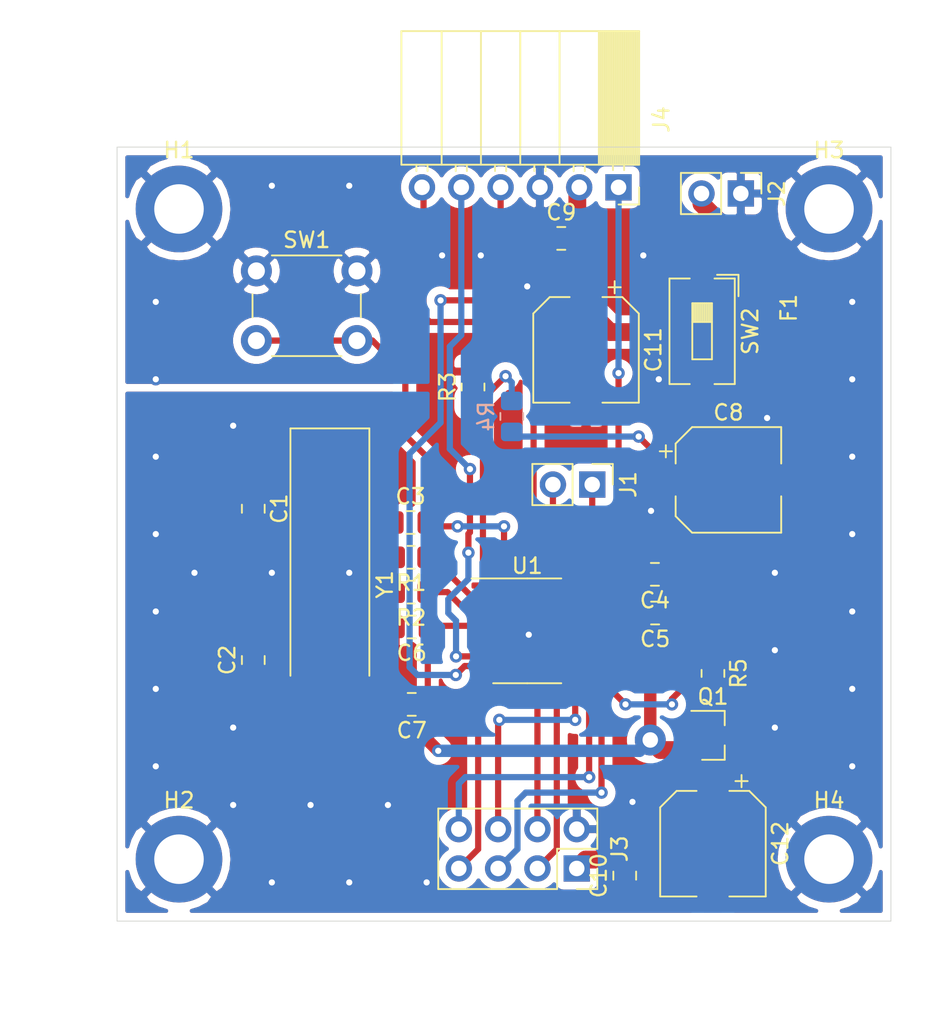
<source format=kicad_pcb>
(kicad_pcb (version 20171130) (host pcbnew 5.1.9-73d0e3b20d~88~ubuntu18.04.1)
  (layers (0 F.Cu signal) (31 B.Cu signal) (34 B.Paste user) (35 F.Paste user) (36 B.SilkS user) (37 F.SilkS user) (38 B.Mask user) (39 F.Mask user) (44 Edge.Cuts user))
  (net 0 "")
  (net 1 "Net-(C1-Pad1)")
  (net 2 GND)
  (net 3 "Net-(C2-Pad1)")
  (net 4 "Net-(C3-Pad2)")
  (net 5 +3V3)
  (net 6 SWDIO)
  (net 7 SWCLK)
  (net 8 nrf24_CSN)
  (net 9 nrf24_CE)
  (net 10 SPI1_MOSI)
  (net 11 SPI1_SCK)
  (net 12 nrf24_IRQ)
  (net 13 SPI1_MISO)
  (net 14 HM-10_STATE)
  (net 15 UART1_RXD)
  (net 16 UART1_TXD)
  (net 17 HM-10-BRK)
  (net 18 "Net-(R1-Pad1)")
  (net 19 "Net-(R2-Pad1)")
  (net 20 "Net-(R3-Pad1)")
  (net 21 "Net-(R5-Pad1)")
  (net 22 Vcc)
  (net 23 "Net-(Q1-Pad1)")
  (net 24 "Net-(F1-Pad1)")
  (net 25 "Net-(F1-Pad2)")
  (module Capacitor_SMD:C_0805_2012Metric_Pad1.18x1.45mm_HandSolder (layer F.Cu) (at 229.75 127.6 180)
    (fp_text reference C4 (at 0 -1.68) (layer F.SilkS))
    (fp_text value 4.7u)
    (fp_line (start -0.261252 -0.735) (end 0.261252 -0.735) (layer F.SilkS) (width 0.12))
    (fp_line (start -0.261252 0.735) (end 0.261252 0.735) (layer F.SilkS) (width 0.12))
    (pad 1 smd roundrect (at -1.0375 0 180) (size 1.175 1.45) (layers F.Cu F.Paste F.Mask) (roundrect_rratio 0.212766) (net 2 GND))
    (pad 2 smd roundrect (at 1.0375 0 180) (size 1.175 1.45) (layers F.Cu F.Paste F.Mask) (roundrect_rratio 0.212766) (net 5 +3V3))
  )
  (module Capacitor_SMD:C_0805_2012Metric_Pad1.18x1.45mm_HandSolder (layer F.Cu) (at 227.8 147.0625 90)
    (fp_text reference C10 (at 0 -1.68 270) (layer F.SilkS))
    (fp_text value 100n)
    (fp_line (start -0.261252 -0.735) (end 0.261252 -0.735) (layer F.SilkS) (width 0.12))
    (fp_line (start -0.261252 0.735) (end 0.261252 0.735) (layer F.SilkS) (width 0.12))
    (pad 1 smd roundrect (at -1.0375 0 90) (size 1.175 1.45) (layers F.Cu F.Paste F.Mask) (roundrect_rratio 0.212766) (net 2 GND))
    (pad 2 smd roundrect (at 1.0375 0 90) (size 1.175 1.45) (layers F.Cu F.Paste F.Mask) (roundrect_rratio 0.212766) (net 22 Vcc))
  )
  (module Connector_PinSocket_2.54mm:PinSocket_2x04_P2.54mm_Vertical (layer F.Cu) (at 224.7 146.6 270)
    (fp_text reference J3 (at -1.27 -2.77 90) (layer F.SilkS))
    (fp_text value Conn_02x04_Odd_Even)
    (fp_line (start -3.87 -1.33) (end -1.27 -1.33) (layer F.SilkS) (width 0.12))
    (fp_line (start -3.87 -1.33) (end -3.87 8.95) (layer F.SilkS) (width 0.12))
    (fp_line (start -3.87 8.95) (end 1.33 8.95) (layer F.SilkS) (width 0.12))
    (fp_line (start 1.33 1.27) (end 1.33 8.95) (layer F.SilkS) (width 0.12))
    (fp_line (start -1.27 1.27) (end 1.33 1.27) (layer F.SilkS) (width 0.12))
    (fp_line (start -1.27 -1.33) (end -1.27 1.27) (layer F.SilkS) (width 0.12))
    (fp_line (start 1.33 -1.33) (end 1.33 0) (layer F.SilkS) (width 0.12))
    (fp_line (start 0 -1.33) (end 1.33 -1.33) (layer F.SilkS) (width 0.12))
    (pad 1 thru_hole rect (at 0 0 270) (size 1.7 1.7) (drill 1) (layers *.Cu *.Mask) (net 22 Vcc))
    (pad 2 thru_hole oval (at -2.54 0 270) (size 1.7 1.7) (drill 1) (layers *.Cu *.Mask) (net 2 GND))
    (pad 3 thru_hole oval (at 0 2.54 270) (size 1.7 1.7) (drill 1) (layers *.Cu *.Mask) (net 8 nrf24_CSN))
    (pad 4 thru_hole oval (at -2.54 2.54 270) (size 1.7 1.7) (drill 1) (layers *.Cu *.Mask) (net 9 nrf24_CE))
    (pad 5 thru_hole oval (at 0 5.08 270) (size 1.7 1.7) (drill 1) (layers *.Cu *.Mask) (net 10 SPI1_MOSI))
    (pad 6 thru_hole oval (at -2.54 5.08 270) (size 1.7 1.7) (drill 1) (layers *.Cu *.Mask) (net 11 SPI1_SCK))
    (pad 7 thru_hole oval (at 0 7.62 270) (size 1.7 1.7) (drill 1) (layers *.Cu *.Mask) (net 12 nrf24_IRQ))
    (pad 8 thru_hole oval (at -2.54 7.62 270) (size 1.7 1.7) (drill 1) (layers *.Cu *.Mask) (net 13 SPI1_MISO))
  )
  (module Capacitor_SMD:C_0805_2012Metric_Pad1.18x1.45mm_HandSolder (layer F.Cu) (at 203.8 123.3625 270)
    (fp_text reference C1 (at 0 -1.68 90) (layer F.SilkS))
    (fp_text value 22p)
    (fp_line (start -0.261252 0.735) (end 0.261252 0.735) (layer F.SilkS) (width 0.12))
    (fp_line (start -0.261252 -0.735) (end 0.261252 -0.735) (layer F.SilkS) (width 0.12))
    (pad 2 smd roundrect (at 1.0375 0 270) (size 1.175 1.45) (layers F.Cu F.Paste F.Mask) (roundrect_rratio 0.212766) (net 2 GND))
    (pad 1 smd roundrect (at -1.0375 0 270) (size 1.175 1.45) (layers F.Cu F.Paste F.Mask) (roundrect_rratio 0.212766) (net 1 "Net-(C1-Pad1)"))
  )
  (module Capacitor_SMD:C_0805_2012Metric_Pad1.18x1.45mm_HandSolder (layer F.Cu) (at 203.8 133.1375 90)
    (fp_text reference C2 (at 0 -1.68 90) (layer F.SilkS))
    (fp_text value 22p)
    (fp_line (start -0.261252 -0.735) (end 0.261252 -0.735) (layer F.SilkS) (width 0.12))
    (fp_line (start -0.261252 0.735) (end 0.261252 0.735) (layer F.SilkS) (width 0.12))
    (pad 1 smd roundrect (at -1.0375 0 90) (size 1.175 1.45) (layers F.Cu F.Paste F.Mask) (roundrect_rratio 0.212766) (net 3 "Net-(C2-Pad1)"))
    (pad 2 smd roundrect (at 1.0375 0 90) (size 1.175 1.45) (layers F.Cu F.Paste F.Mask) (roundrect_rratio 0.212766) (net 2 GND))
  )
  (module Capacitor_SMD:C_0805_2012Metric_Pad1.18x1.45mm_HandSolder (layer F.Cu) (at 213.9625 124.25)
    (fp_text reference C3 (at 0 -1.68) (layer F.SilkS))
    (fp_text value 100n)
    (fp_line (start -0.261252 -0.735) (end 0.261252 -0.735) (layer F.SilkS) (width 0.12))
    (fp_line (start -0.261252 0.735) (end 0.261252 0.735) (layer F.SilkS) (width 0.12))
    (pad 1 smd roundrect (at -1.0375 0) (size 1.175 1.45) (layers F.Cu F.Paste F.Mask) (roundrect_rratio 0.212766) (net 2 GND))
    (pad 2 smd roundrect (at 1.0375 0) (size 1.175 1.45) (layers F.Cu F.Paste F.Mask) (roundrect_rratio 0.212766) (net 4 "Net-(C3-Pad2)"))
  )
  (module Capacitor_SMD:C_0805_2012Metric_Pad1.18x1.45mm_HandSolder (layer F.Cu) (at 229.7625 130.1 180)
    (fp_text reference C5 (at 0 -1.68) (layer F.SilkS))
    (fp_text value 100n)
    (fp_line (start -0.261252 -0.735) (end 0.261252 -0.735) (layer F.SilkS) (width 0.12))
    (fp_line (start -0.261252 0.735) (end 0.261252 0.735) (layer F.SilkS) (width 0.12))
    (pad 1 smd roundrect (at -1.0375 0 180) (size 1.175 1.45) (layers F.Cu F.Paste F.Mask) (roundrect_rratio 0.212766) (net 2 GND))
    (pad 2 smd roundrect (at 1.0375 0 180) (size 1.175 1.45) (layers F.Cu F.Paste F.Mask) (roundrect_rratio 0.212766) (net 5 +3V3))
  )
  (module Capacitor_SMD:C_0805_2012Metric_Pad1.18x1.45mm_HandSolder (layer F.Cu) (at 214.0375 131 180)
    (fp_text reference C6 (at 0 -1.68) (layer F.SilkS))
    (fp_text value 10n)
    (fp_line (start -0.261252 0.735) (end 0.261252 0.735) (layer F.SilkS) (width 0.12))
    (fp_line (start -0.261252 -0.735) (end 0.261252 -0.735) (layer F.SilkS) (width 0.12))
    (pad 2 smd roundrect (at 1.0375 0 180) (size 1.175 1.45) (layers F.Cu F.Paste F.Mask) (roundrect_rratio 0.212766) (net 2 GND))
    (pad 1 smd roundrect (at -1.0375 0 180) (size 1.175 1.45) (layers F.Cu F.Paste F.Mask) (roundrect_rratio 0.212766) (net 5 +3V3))
  )
  (module Capacitor_SMD:C_0805_2012Metric_Pad1.18x1.45mm_HandSolder (layer F.Cu) (at 223.7 105.9)
    (fp_text reference C9 (at 0 -1.68) (layer F.SilkS))
    (fp_text value 100n)
    (fp_line (start -0.261252 0.735) (end 0.261252 0.735) (layer F.SilkS) (width 0.12))
    (fp_line (start -0.261252 -0.735) (end 0.261252 -0.735) (layer F.SilkS) (width 0.12))
    (pad 2 smd roundrect (at 1.0375 0) (size 1.175 1.45) (layers F.Cu F.Paste F.Mask) (roundrect_rratio 0.212766) (net 22 Vcc))
    (pad 1 smd roundrect (at -1.0375 0) (size 1.175 1.45) (layers F.Cu F.Paste F.Mask) (roundrect_rratio 0.212766) (net 2 GND))
  )
  (module Connector_PinHeader_2.54mm:PinHeader_1x02_P2.54mm_Vertical (layer F.Cu) (at 225.7 121.8 270)
    (fp_text reference J1 (at 0 -2.33 90) (layer F.SilkS))
    (fp_text value Conn_01x02_Male)
    (fp_line (start -1.33 -1.33) (end 0 -1.33) (layer F.SilkS) (width 0.12))
    (fp_line (start -1.33 0) (end -1.33 -1.33) (layer F.SilkS) (width 0.12))
    (fp_line (start -1.33 1.27) (end 1.33 1.27) (layer F.SilkS) (width 0.12))
    (fp_line (start 1.33 1.27) (end 1.33 3.87) (layer F.SilkS) (width 0.12))
    (fp_line (start -1.33 1.27) (end -1.33 3.87) (layer F.SilkS) (width 0.12))
    (fp_line (start -1.33 3.87) (end 1.33 3.87) (layer F.SilkS) (width 0.12))
    (pad 2 thru_hole oval (at 0 2.54 270) (size 1.7 1.7) (drill 1) (layers *.Cu *.Mask) (net 7 SWCLK))
    (pad 1 thru_hole rect (at 0 0 270) (size 1.7 1.7) (drill 1) (layers *.Cu *.Mask) (net 6 SWDIO))
  )
  (module Connector_PinHeader_2.54mm:PinHeader_1x02_P2.54mm_Vertical (layer F.Cu) (at 235.3 103 270)
    (fp_text reference J2 (at 0 -2.33 90) (layer F.SilkS))
    (fp_text value Conn_01x02_Male)
    (fp_line (start -1.33 3.87) (end 1.33 3.87) (layer F.SilkS) (width 0.12))
    (fp_line (start -1.33 1.27) (end -1.33 3.87) (layer F.SilkS) (width 0.12))
    (fp_line (start 1.33 1.27) (end 1.33 3.87) (layer F.SilkS) (width 0.12))
    (fp_line (start -1.33 1.27) (end 1.33 1.27) (layer F.SilkS) (width 0.12))
    (fp_line (start -1.33 0) (end -1.33 -1.33) (layer F.SilkS) (width 0.12))
    (fp_line (start -1.33 -1.33) (end 0 -1.33) (layer F.SilkS) (width 0.12))
    (pad 1 thru_hole rect (at 0 0 270) (size 1.7 1.7) (drill 1) (layers *.Cu *.Mask) (net 2 GND))
    (pad 2 thru_hole oval (at 0 2.54 270) (size 1.7 1.7) (drill 1) (layers *.Cu *.Mask) (net 24 "Net-(F1-Pad1)"))
  )
  (module Connector_PinSocket_2.54mm:PinSocket_1x06_P2.54mm_Horizontal (layer F.Cu) (at 227.4 102.6 270)
    (fp_text reference J4 (at -4.38 -2.77 90) (layer F.SilkS))
    (fp_text value Conn_01x06_Female)
    (fp_line (start -10.09 -1.21) (end -1.46 -1.21) (layer F.SilkS) (width 0.12))
    (fp_line (start -10.09 -1.091905) (end -1.46 -1.091905) (layer F.SilkS) (width 0.12))
    (fp_line (start -10.09 -0.97381) (end -1.46 -0.97381) (layer F.SilkS) (width 0.12))
    (fp_line (start -10.09 -0.855715) (end -1.46 -0.855715) (layer F.SilkS) (width 0.12))
    (fp_line (start -10.09 -0.73762) (end -1.46 -0.73762) (layer F.SilkS) (width 0.12))
    (fp_line (start -10.09 -0.619525) (end -1.46 -0.619525) (layer F.SilkS) (width 0.12))
    (fp_line (start -10.09 -0.50143) (end -1.46 -0.50143) (layer F.SilkS) (width 0.12))
    (fp_line (start -10.09 -0.383335) (end -1.46 -0.383335) (layer F.SilkS) (width 0.12))
    (fp_line (start -10.09 -0.26524) (end -1.46 -0.26524) (layer F.SilkS) (width 0.12))
    (fp_line (start -10.09 -0.147145) (end -1.46 -0.147145) (layer F.SilkS) (width 0.12))
    (fp_line (start -10.09 -0.02905) (end -1.46 -0.02905) (layer F.SilkS) (width 0.12))
    (fp_line (start -10.09 0.089045) (end -1.46 0.089045) (layer F.SilkS) (width 0.12))
    (fp_line (start -10.09 0.20714) (end -1.46 0.20714) (layer F.SilkS) (width 0.12))
    (fp_line (start -10.09 0.325235) (end -1.46 0.325235) (layer F.SilkS) (width 0.12))
    (fp_line (start -10.09 0.44333) (end -1.46 0.44333) (layer F.SilkS) (width 0.12))
    (fp_line (start -10.09 0.561425) (end -1.46 0.561425) (layer F.SilkS) (width 0.12))
    (fp_line (start -10.09 0.67952) (end -1.46 0.67952) (layer F.SilkS) (width 0.12))
    (fp_line (start -10.09 0.797615) (end -1.46 0.797615) (layer F.SilkS) (width 0.12))
    (fp_line (start -10.09 0.91571) (end -1.46 0.91571) (layer F.SilkS) (width 0.12))
    (fp_line (start -10.09 1.033805) (end -1.46 1.033805) (layer F.SilkS) (width 0.12))
    (fp_line (start -10.09 1.1519) (end -1.46 1.1519) (layer F.SilkS) (width 0.12))
    (fp_line (start -1.46 -0.36) (end -1.11 -0.36) (layer F.SilkS) (width 0.12))
    (fp_line (start -1.46 0.36) (end -1.11 0.36) (layer F.SilkS) (width 0.12))
    (fp_line (start -1.46 2.18) (end -1.05 2.18) (layer F.SilkS) (width 0.12))
    (fp_line (start -1.46 2.9) (end -1.05 2.9) (layer F.SilkS) (width 0.12))
    (fp_line (start -1.46 4.72) (end -1.05 4.72) (layer F.SilkS) (width 0.12))
    (fp_line (start -1.46 5.44) (end -1.05 5.44) (layer F.SilkS) (width 0.12))
    (fp_line (start -1.46 7.26) (end -1.05 7.26) (layer F.SilkS) (width 0.12))
    (fp_line (start -1.46 7.98) (end -1.05 7.98) (layer F.SilkS) (width 0.12))
    (fp_line (start -1.46 9.8) (end -1.05 9.8) (layer F.SilkS) (width 0.12))
    (fp_line (start -1.46 10.52) (end -1.05 10.52) (layer F.SilkS) (width 0.12))
    (fp_line (start -1.46 12.34) (end -1.05 12.34) (layer F.SilkS) (width 0.12))
    (fp_line (start -1.46 13.06) (end -1.05 13.06) (layer F.SilkS) (width 0.12))
    (fp_line (start -10.09 1.27) (end -1.46 1.27) (layer F.SilkS) (width 0.12))
    (fp_line (start -10.09 3.81) (end -1.46 3.81) (layer F.SilkS) (width 0.12))
    (fp_line (start -10.09 6.35) (end -1.46 6.35) (layer F.SilkS) (width 0.12))
    (fp_line (start -10.09 8.89) (end -1.46 8.89) (layer F.SilkS) (width 0.12))
    (fp_line (start -10.09 11.43) (end -1.46 11.43) (layer F.SilkS) (width 0.12))
    (fp_line (start -10.09 -1.33) (end -1.46 -1.33) (layer F.SilkS) (width 0.12))
    (fp_line (start -1.46 -1.33) (end -1.46 14.03) (layer F.SilkS) (width 0.12))
    (fp_line (start -10.09 14.03) (end -1.46 14.03) (layer F.SilkS) (width 0.12))
    (fp_line (start -10.09 -1.33) (end -10.09 14.03) (layer F.SilkS) (width 0.12))
    (fp_line (start 1.11 -1.33) (end 1.11 0) (layer F.SilkS) (width 0.12))
    (fp_line (start 0 -1.33) (end 1.11 -1.33) (layer F.SilkS) (width 0.12))
    (pad 1 thru_hole rect (at 0 0 270) (size 1.7 1.7) (drill 1) (layers *.Cu *.Mask) (net 14 HM-10_STATE))
    (pad 2 thru_hole oval (at 0 2.54 270) (size 1.7 1.7) (drill 1) (layers *.Cu *.Mask) (net 22 Vcc))
    (pad 3 thru_hole oval (at 0 5.08 270) (size 1.7 1.7) (drill 1) (layers *.Cu *.Mask) (net 2 GND))
    (pad 4 thru_hole oval (at 0 7.62 270) (size 1.7 1.7) (drill 1) (layers *.Cu *.Mask) (net 15 UART1_RXD))
    (pad 5 thru_hole oval (at 0 10.16 270) (size 1.7 1.7) (drill 1) (layers *.Cu *.Mask) (net 16 UART1_TXD))
    (pad 6 thru_hole oval (at 0 12.7 270) (size 1.7 1.7) (drill 1) (layers *.Cu *.Mask) (net 17 HM-10-BRK))
  )
  (module Package_TO_SOT_SMD:SOT-23 (layer F.Cu) (at 233.5 138)
    (fp_text reference Q1 (at 0 -2.5) (layer F.SilkS))
    (fp_text value Si2371EDS)
    (fp_line (start 0.76 1.58) (end 0.76 0.65) (layer F.SilkS) (width 0.12))
    (fp_line (start 0.76 -1.58) (end 0.76 -0.65) (layer F.SilkS) (width 0.12))
    (fp_line (start 0.76 -1.58) (end -1.4 -1.58) (layer F.SilkS) (width 0.12))
    (fp_line (start 0.76 1.58) (end -0.7 1.58) (layer F.SilkS) (width 0.12))
    (pad 1 smd rect (at -1 -0.95) (size 0.9 0.8) (layers F.Cu F.Paste F.Mask) (net 23 "Net-(Q1-Pad1)"))
    (pad 2 smd rect (at -1 0.95) (size 0.9 0.8) (layers F.Cu F.Paste F.Mask) (net 5 +3V3))
    (pad 3 smd rect (at 1 0) (size 0.9 0.8) (layers F.Cu F.Paste F.Mask) (net 22 Vcc))
  )
  (module Resistor_SMD:R_0805_2012Metric_Pad1.20x1.40mm_HandSolder (layer F.Cu) (at 214 126.5 180)
    (fp_text reference R1 (at 0 -1.65) (layer F.SilkS))
    (fp_text value 0)
    (fp_line (start -0.227064 0.735) (end 0.227064 0.735) (layer F.SilkS) (width 0.12))
    (fp_line (start -0.227064 -0.735) (end 0.227064 -0.735) (layer F.SilkS) (width 0.12))
    (pad 2 smd roundrect (at 1 0 180) (size 1.2 1.4) (layers F.Cu F.Paste F.Mask) (roundrect_rratio 0.208333) (net 1 "Net-(C1-Pad1)"))
    (pad 1 smd roundrect (at -1 0 180) (size 1.2 1.4) (layers F.Cu F.Paste F.Mask) (roundrect_rratio 0.208333) (net 18 "Net-(R1-Pad1)"))
  )
  (module Resistor_SMD:R_0805_2012Metric_Pad1.20x1.40mm_HandSolder (layer F.Cu) (at 214 128.75 180)
    (fp_text reference R2 (at 0 -1.65) (layer F.SilkS))
    (fp_text value 0)
    (fp_line (start -0.227064 -0.735) (end 0.227064 -0.735) (layer F.SilkS) (width 0.12))
    (fp_line (start -0.227064 0.735) (end 0.227064 0.735) (layer F.SilkS) (width 0.12))
    (pad 1 smd roundrect (at -1 0 180) (size 1.2 1.4) (layers F.Cu F.Paste F.Mask) (roundrect_rratio 0.208333) (net 19 "Net-(R2-Pad1)"))
    (pad 2 smd roundrect (at 1 0 180) (size 1.2 1.4) (layers F.Cu F.Paste F.Mask) (roundrect_rratio 0.208333) (net 3 "Net-(C2-Pad1)"))
  )
  (module Resistor_SMD:R_0805_2012Metric_Pad1.20x1.40mm_HandSolder (layer F.Cu) (at 218 115.5 90)
    (fp_text reference R3 (at 0 -1.65 90) (layer F.SilkS))
    (fp_text value 10k)
    (fp_line (start -0.227064 -0.735) (end 0.227064 -0.735) (layer F.SilkS) (width 0.12))
    (fp_line (start -0.227064 0.735) (end 0.227064 0.735) (layer F.SilkS) (width 0.12))
    (pad 1 smd roundrect (at -1 0 90) (size 1.2 1.4) (layers F.Cu F.Paste F.Mask) (roundrect_rratio 0.208333) (net 20 "Net-(R3-Pad1)"))
    (pad 2 smd roundrect (at 1 0 90) (size 1.2 1.4) (layers F.Cu F.Paste F.Mask) (roundrect_rratio 0.208333) (net 2 GND))
  )
  (module Resistor_SMD:R_0805_2012Metric_Pad1.20x1.40mm_HandSolder (layer B.Cu) (at 220.5 117.4 270)
    (fp_text reference R4 (at 0 1.65 270) (layer B.SilkS) (effects (justify mirror)))
    (fp_text value N/A)
    (fp_line (start -0.227064 -0.735) (end 0.227064 -0.735) (layer B.SilkS) (width 0.12))
    (fp_line (start -0.227064 0.735) (end 0.227064 0.735) (layer B.SilkS) (width 0.12))
    (pad 2 smd roundrect (at 1 0 270) (size 1.2 1.4) (layers B.Cu B.Paste B.Mask) (roundrect_rratio 0.208333) (net 5 +3V3))
    (pad 1 smd roundrect (at -1 0 270) (size 1.2 1.4) (layers B.Cu B.Paste B.Mask) (roundrect_rratio 0.208333) (net 20 "Net-(R3-Pad1)"))
  )
  (module Resistor_SMD:R_0805_2012Metric_Pad1.20x1.40mm_HandSolder (layer F.Cu) (at 233.5 134 270)
    (fp_text reference R5 (at 0 -1.65 90) (layer F.SilkS))
    (fp_text value 20)
    (fp_line (start -0.227064 -0.735) (end 0.227064 -0.735) (layer F.SilkS) (width 0.12))
    (fp_line (start -0.227064 0.735) (end 0.227064 0.735) (layer F.SilkS) (width 0.12))
    (pad 1 smd roundrect (at -1 0 270) (size 1.2 1.4) (layers F.Cu F.Paste F.Mask) (roundrect_rratio 0.208333) (net 21 "Net-(R5-Pad1)"))
    (pad 2 smd roundrect (at 1 0 270) (size 1.2 1.4) (layers F.Cu F.Paste F.Mask) (roundrect_rratio 0.208333) (net 23 "Net-(Q1-Pad1)"))
  )
  (module Button_Switch_SMD:SW_DIP_SPSTx01_Slide_6.7x4.1mm_W8.61mm_P2.54mm_LowProfile (layer F.Cu) (at 232.8 111.9 270)
    (fp_text reference SW2 (at 0 -3.11 90) (layer F.SilkS))
    (fp_text value SW_DIP_x01)
    (fp_line (start -3.41 -2.11) (end 3.41 -2.11) (layer F.SilkS) (width 0.12))
    (fp_line (start -3.41 2.11) (end 3.41 2.11) (layer F.SilkS) (width 0.12))
    (fp_line (start -3.41 -2.11) (end -3.41 -0.8) (layer F.SilkS) (width 0.12))
    (fp_line (start -3.41 0.8) (end -3.41 2.11) (layer F.SilkS) (width 0.12))
    (fp_line (start 3.41 -2.11) (end 3.41 -0.8) (layer F.SilkS) (width 0.12))
    (fp_line (start 3.41 0.8) (end 3.41 2.11) (layer F.SilkS) (width 0.12))
    (fp_line (start -3.65 -2.35) (end -2.267 -2.35) (layer F.SilkS) (width 0.12))
    (fp_line (start -3.65 -2.35) (end -3.65 -0.967) (layer F.SilkS) (width 0.12))
    (fp_line (start -1.81 -0.635) (end -1.81 0.635) (layer F.SilkS) (width 0.12))
    (fp_line (start -1.81 0.635) (end 1.81 0.635) (layer F.SilkS) (width 0.12))
    (fp_line (start 1.81 0.635) (end 1.81 -0.635) (layer F.SilkS) (width 0.12))
    (fp_line (start 1.81 -0.635) (end -1.81 -0.635) (layer F.SilkS) (width 0.12))
    (fp_line (start -1.81 -0.515) (end -0.603333 -0.515) (layer F.SilkS) (width 0.12))
    (fp_line (start -1.81 -0.395) (end -0.603333 -0.395) (layer F.SilkS) (width 0.12))
    (fp_line (start -1.81 -0.275) (end -0.603333 -0.275) (layer F.SilkS) (width 0.12))
    (fp_line (start -1.81 -0.155) (end -0.603333 -0.155) (layer F.SilkS) (width 0.12))
    (fp_line (start -1.81 -0.035) (end -0.603333 -0.035) (layer F.SilkS) (width 0.12))
    (fp_line (start -1.81 0.085) (end -0.603333 0.085) (layer F.SilkS) (width 0.12))
    (fp_line (start -1.81 0.205) (end -0.603333 0.205) (layer F.SilkS) (width 0.12))
    (fp_line (start -1.81 0.325) (end -0.603333 0.325) (layer F.SilkS) (width 0.12))
    (fp_line (start -1.81 0.445) (end -0.603333 0.445) (layer F.SilkS) (width 0.12))
    (fp_line (start -1.81 0.565) (end -0.603333 0.565) (layer F.SilkS) (width 0.12))
    (fp_line (start -0.603333 -0.635) (end -0.603333 0.635) (layer F.SilkS) (width 0.12))
    (pad 1 smd rect (at -4.305 0 270) (size 2.44 1.12) (layers F.Cu F.Paste F.Mask) (net 25 "Net-(F1-Pad2)"))
    (pad 2 smd rect (at 4.305 0 270) (size 2.44 1.12) (layers F.Cu F.Paste F.Mask) (net 5 +3V3))
  )
  (module Package_SO:TSSOP-20_4.4x6.5mm_P0.65mm (layer F.Cu) (at 221.5 131.25)
    (fp_text reference U1 (at 0 -4.2) (layer F.SilkS))
    (fp_text value STM32F031F6Px)
    (fp_line (start 0 3.385) (end 2.2 3.385) (layer F.SilkS) (width 0.12))
    (fp_line (start 0 3.385) (end -2.2 3.385) (layer F.SilkS) (width 0.12))
    (fp_line (start 0 -3.385) (end 2.2 -3.385) (layer F.SilkS) (width 0.12))
    (fp_line (start 0 -3.385) (end -3.6 -3.385) (layer F.SilkS) (width 0.12))
    (pad 1 smd roundrect (at -2.8625 -2.925) (size 1.475 0.4) (layers F.Cu F.Paste F.Mask) (net 20 "Net-(R3-Pad1)"))
    (pad 2 smd roundrect (at -2.8625 -2.275) (size 1.475 0.4) (layers F.Cu F.Paste F.Mask) (net 18 "Net-(R1-Pad1)"))
    (pad 3 smd roundrect (at -2.8625 -1.625) (size 1.475 0.4) (layers F.Cu F.Paste F.Mask) (net 19 "Net-(R2-Pad1)"))
    (pad 4 smd roundrect (at -2.8625 -0.975) (size 1.475 0.4) (layers F.Cu F.Paste F.Mask) (net 4 "Net-(C3-Pad2)"))
    (pad 5 smd roundrect (at -2.8625 -0.325) (size 1.475 0.4) (layers F.Cu F.Paste F.Mask) (net 5 +3V3))
    (pad 6 smd roundrect (at -2.8625 0.325) (size 1.475 0.4) (layers F.Cu F.Paste F.Mask) (net 8 nrf24_CSN))
    (pad 7 smd roundrect (at -2.8625 0.975) (size 1.475 0.4) (layers F.Cu F.Paste F.Mask) (net 9 nrf24_CE))
    (pad 8 smd roundrect (at -2.8625 1.625) (size 1.475 0.4) (layers F.Cu F.Paste F.Mask) (net 16 UART1_TXD))
    (pad 9 smd roundrect (at -2.8625 2.275) (size 1.475 0.4) (layers F.Cu F.Paste F.Mask) (net 15 UART1_RXD))
    (pad 10 smd roundrect (at -2.8625 2.925) (size 1.475 0.4) (layers F.Cu F.Paste F.Mask) (net 12 nrf24_IRQ))
    (pad 11 smd roundrect (at 2.8625 2.925) (size 1.475 0.4) (layers F.Cu F.Paste F.Mask) (net 11 SPI1_SCK))
    (pad 12 smd roundrect (at 2.8625 2.275) (size 1.475 0.4) (layers F.Cu F.Paste F.Mask) (net 13 SPI1_MISO))
    (pad 13 smd roundrect (at 2.8625 1.625) (size 1.475 0.4) (layers F.Cu F.Paste F.Mask) (net 10 SPI1_MOSI))
    (pad 14 smd roundrect (at 2.8625 0.975) (size 1.475 0.4) (layers F.Cu F.Paste F.Mask) (net 21 "Net-(R5-Pad1)"))
    (pad 15 smd roundrect (at 2.8625 0.325) (size 1.475 0.4) (layers F.Cu F.Paste F.Mask) (net 2 GND))
    (pad 16 smd roundrect (at 2.8625 -0.325) (size 1.475 0.4) (layers F.Cu F.Paste F.Mask) (net 5 +3V3))
    (pad 17 smd roundrect (at 2.8625 -0.975) (size 1.475 0.4) (layers F.Cu F.Paste F.Mask) (net 14 HM-10_STATE))
    (pad 18 smd roundrect (at 2.8625 -1.625) (size 1.475 0.4) (layers F.Cu F.Paste F.Mask) (net 17 HM-10-BRK))
    (pad 19 smd roundrect (at 2.8625 -2.275) (size 1.475 0.4) (layers F.Cu F.Paste F.Mask) (net 6 SWDIO))
    (pad 20 smd roundrect (at 2.8625 -2.925) (size 1.475 0.4) (layers F.Cu F.Paste F.Mask) (net 7 SWCLK))
  )
  (module Crystal:Crystal_SMD_HC49-SD_HandSoldering (layer F.Cu) (at 208.75 128.25 270)
    (fp_text reference Y1 (at 0 -3.55 90) (layer F.SilkS))
    (fp_text value 8M)
    (fp_line (start 5.9 -2.55) (end -10.075 -2.55) (layer F.SilkS) (width 0.12))
    (fp_line (start -10.075 -2.55) (end -10.075 2.55) (layer F.SilkS) (width 0.12))
    (fp_line (start -10.075 2.55) (end 5.9 2.55) (layer F.SilkS) (width 0.12))
    (pad 1 smd rect (at -5.9375 0 270) (size 7.875 2) (layers F.Cu F.Paste F.Mask) (net 1 "Net-(C1-Pad1)"))
    (pad 2 smd rect (at 5.9375 0 270) (size 7.875 2) (layers F.Cu F.Paste F.Mask) (net 3 "Net-(C2-Pad1)"))
  )
  (module Capacitor_SMD:CP_Elec_6.3x5.8 (layer F.Cu) (at 234.5 121.5)
    (fp_text reference C8 (at 0 -4.35) (layer F.SilkS))
    (fp_text value 100u)
    (fp_line (start -4.04375 -2.24125) (end -4.04375 -1.45375) (layer F.SilkS) (width 0.12))
    (fp_line (start -4.4375 -1.8475) (end -3.65 -1.8475) (layer F.SilkS) (width 0.12))
    (fp_line (start -3.41 2.345563) (end -2.345563 3.41) (layer F.SilkS) (width 0.12))
    (fp_line (start -3.41 -2.345563) (end -2.345563 -3.41) (layer F.SilkS) (width 0.12))
    (fp_line (start -3.41 -2.345563) (end -3.41 -1.06) (layer F.SilkS) (width 0.12))
    (fp_line (start -3.41 2.345563) (end -3.41 1.06) (layer F.SilkS) (width 0.12))
    (fp_line (start -2.345563 3.41) (end 3.41 3.41) (layer F.SilkS) (width 0.12))
    (fp_line (start -2.345563 -3.41) (end 3.41 -3.41) (layer F.SilkS) (width 0.12))
    (fp_line (start 3.41 -3.41) (end 3.41 -1.06) (layer F.SilkS) (width 0.12))
    (fp_line (start 3.41 3.41) (end 3.41 1.06) (layer F.SilkS) (width 0.12))
    (pad 2 smd roundrect (at 2.7 0) (size 3.5 1.6) (layers F.Cu F.Paste F.Mask) (roundrect_rratio 0.15625) (net 2 GND))
    (pad 1 smd roundrect (at -2.7 0) (size 3.5 1.6) (layers F.Cu F.Paste F.Mask) (roundrect_rratio 0.15625) (net 5 +3V3))
  )
  (module Capacitor_SMD:CP_Elec_6.3x5.8 (layer F.Cu) (at 225.3 113.1 270)
    (fp_text reference C11 (at 0 -4.35 90) (layer F.SilkS))
    (fp_text value 100u)
    (fp_line (start 3.41 3.41) (end 3.41 1.06) (layer F.SilkS) (width 0.12))
    (fp_line (start 3.41 -3.41) (end 3.41 -1.06) (layer F.SilkS) (width 0.12))
    (fp_line (start -2.345563 -3.41) (end 3.41 -3.41) (layer F.SilkS) (width 0.12))
    (fp_line (start -2.345563 3.41) (end 3.41 3.41) (layer F.SilkS) (width 0.12))
    (fp_line (start -3.41 2.345563) (end -3.41 1.06) (layer F.SilkS) (width 0.12))
    (fp_line (start -3.41 -2.345563) (end -3.41 -1.06) (layer F.SilkS) (width 0.12))
    (fp_line (start -3.41 -2.345563) (end -2.345563 -3.41) (layer F.SilkS) (width 0.12))
    (fp_line (start -3.41 2.345563) (end -2.345563 3.41) (layer F.SilkS) (width 0.12))
    (fp_line (start -4.4375 -1.8475) (end -3.65 -1.8475) (layer F.SilkS) (width 0.12))
    (fp_line (start -4.04375 -2.24125) (end -4.04375 -1.45375) (layer F.SilkS) (width 0.12))
    (pad 1 smd roundrect (at -2.7 0 270) (size 3.5 1.6) (layers F.Cu F.Paste F.Mask) (roundrect_rratio 0.15625) (net 22 Vcc))
    (pad 2 smd roundrect (at 2.7 0 270) (size 3.5 1.6) (layers F.Cu F.Paste F.Mask) (roundrect_rratio 0.15625) (net 2 GND))
  )
  (module Capacitor_SMD:CP_Elec_6.3x5.8 (layer F.Cu) (at 233.5 145 270)
    (fp_text reference C12 (at 0 -4.35 270) (layer F.SilkS))
    (fp_text value 100u)
    (fp_line (start 3.41 3.41) (end 3.41 1.06) (layer F.SilkS) (width 0.12))
    (fp_line (start 3.41 -3.41) (end 3.41 -1.06) (layer F.SilkS) (width 0.12))
    (fp_line (start -2.345563 -3.41) (end 3.41 -3.41) (layer F.SilkS) (width 0.12))
    (fp_line (start -2.345563 3.41) (end 3.41 3.41) (layer F.SilkS) (width 0.12))
    (fp_line (start -3.41 2.345563) (end -3.41 1.06) (layer F.SilkS) (width 0.12))
    (fp_line (start -3.41 -2.345563) (end -3.41 -1.06) (layer F.SilkS) (width 0.12))
    (fp_line (start -3.41 -2.345563) (end -2.345563 -3.41) (layer F.SilkS) (width 0.12))
    (fp_line (start -3.41 2.345563) (end -2.345563 3.41) (layer F.SilkS) (width 0.12))
    (fp_line (start -4.4375 -1.8475) (end -3.65 -1.8475) (layer F.SilkS) (width 0.12))
    (fp_line (start -4.04375 -2.24125) (end -4.04375 -1.45375) (layer F.SilkS) (width 0.12))
    (pad 1 smd roundrect (at -2.7 0 270) (size 3.5 1.6) (layers F.Cu F.Paste F.Mask) (roundrect_rratio 0.15625) (net 22 Vcc))
    (pad 2 smd roundrect (at 2.7 0 270) (size 3.5 1.6) (layers F.Cu F.Paste F.Mask) (roundrect_rratio 0.15625) (net 2 GND))
  )
  (module Button_Switch_THT:SW_PUSH_6mm_H5mm (layer F.Cu) (at 204 108)
    (fp_text reference SW1 (at 3.25 -2) (layer F.SilkS))
    (fp_text value SW_Push)
    (fp_line (start 1 5.5) (end 5.5 5.5) (layer F.SilkS) (width 0.12))
    (fp_line (start -0.25 1.5) (end -0.25 3) (layer F.SilkS) (width 0.12))
    (fp_line (start 5.5 -1) (end 1 -1) (layer F.SilkS) (width 0.12))
    (fp_line (start 6.75 3) (end 6.75 1.5) (layer F.SilkS) (width 0.12))
    (pad 2 thru_hole circle (at 0 4.5 90) (size 2 2) (drill 1.1) (layers *.Cu *.Mask) (net 4 "Net-(C3-Pad2)"))
    (pad 1 thru_hole circle (at 0 0 90) (size 2 2) (drill 1.1) (layers *.Cu *.Mask) (net 2 GND))
    (pad 2 thru_hole circle (at 6.5 4.5 90) (size 2 2) (drill 1.1) (layers *.Cu *.Mask) (net 4 "Net-(C3-Pad2)"))
    (pad 1 thru_hole circle (at 6.5 0 90) (size 2 2) (drill 1.1) (layers *.Cu *.Mask) (net 2 GND))
  )
  (module Capacitor_SMD:C_0805_2012Metric_Pad1.18x1.45mm_HandSolder (layer F.Cu) (at 214.0375 136 180)
    (fp_text reference C7 (at 0 -1.68) (layer F.SilkS))
    (fp_text value 1u)
    (fp_line (start -0.261252 0.735) (end 0.261252 0.735) (layer F.SilkS) (width 0.12))
    (fp_line (start -0.261252 -0.735) (end 0.261252 -0.735) (layer F.SilkS) (width 0.12))
    (pad 2 smd roundrect (at 1.0375 0 180) (size 1.175 1.45) (layers F.Cu F.Paste F.Mask) (roundrect_rratio 0.212766) (net 2 GND))
    (pad 1 smd roundrect (at -1.0375 0 180) (size 1.175 1.45) (layers F.Cu F.Paste F.Mask) (roundrect_rratio 0.212766) (net 5 +3V3))
  )
  (module smd-2410:smd-2410 (layer F.Cu) (at 237.2 113 90)
    (fp_text reference F1 (at 2.6 1.2 90) (layer F.SilkS))
    (fp_text value Fuse)
    (pad 1 smd roundrect (at 4.9 0 270) (size 2 3.15) (layers F.Cu F.Paste F.Mask) (roundrect_rratio 0.125) (net 24 "Net-(F1-Pad1)"))
    (pad 2 smd roundrect (at 0 0 270) (size 2 3.15) (layers F.Cu F.Paste F.Mask) (roundrect_rratio 0.125) (net 25 "Net-(F1-Pad2)"))
  )
  (module MountingHole:MountingHole_3.2mm_M3_DIN965_Pad (layer F.Cu) (at 199 104)
    (fp_text reference H1 (at 0 -3.8) (layer F.SilkS))
    (fp_text value MountingHole_Pad)
    (pad 1 thru_hole circle (at 0 0) (size 5.6 5.6) (drill 3.2) (layers *.Cu *.Mask) (net 2 GND))
  )
  (module MountingHole:MountingHole_3.2mm_M3_DIN965_Pad (layer F.Cu) (at 199 146)
    (fp_text reference H2 (at 0 -3.8) (layer F.SilkS))
    (fp_text value MountingHole_Pad)
    (pad 1 thru_hole circle (at 0 0) (size 5.6 5.6) (drill 3.2) (layers *.Cu *.Mask) (net 2 GND))
  )
  (module MountingHole:MountingHole_3.2mm_M3_DIN965_Pad (layer F.Cu) (at 241 104)
    (fp_text reference H3 (at 0 -3.8) (layer F.SilkS))
    (fp_text value MountingHole_Pad)
    (pad 1 thru_hole circle (at 0 0) (size 5.6 5.6) (drill 3.2) (layers *.Cu *.Mask) (net 2 GND))
  )
  (module MountingHole:MountingHole_3.2mm_M3_DIN965_Pad (layer F.Cu) (at 241 146)
    (fp_text reference H4 (at 0 -3.8) (layer F.SilkS))
    (fp_text value MountingHole_Pad)
    (pad 1 thru_hole circle (at 0 0) (size 5.6 5.6) (drill 3.2) (layers *.Cu *.Mask) (net 2 GND))
  )
  (gr_line (start 195 100) (end 195 150) (layer Edge.Cuts) (width 0.05))
  (gr_line (start 245 100) (end 195 100) (layer Edge.Cuts) (width 0.05))
  (gr_line (start 245 150) (end 245 100) (layer Edge.Cuts) (width 0.05))
  (gr_line (start 195 150) (end 245 150) (layer Edge.Cuts) (width 0.05))
  (segment (start 212.9375 126.5) (end 208.75 122.3125) (width 0.4) (layer F.Cu) (net 1))
  (segment (start 213 126.5) (end 212.9375 126.5) (width 0.4) (layer F.Cu) (net 1))
  (segment (start 203.8125 122.3125) (end 203.8 122.325) (width 0.4) (layer F.Cu) (net 1))
  (segment (start 208.75 122.3125) (end 203.8125 122.3125) (width 0.4) (layer F.Cu) (net 1))
  (via (at 228.3 142.3) (size 0.8) (drill 0.4) (layers F.Cu B.Cu) (net 2))
  (segment (start 225.274972 131.674972) (end 226.274972 131.674972) (width 0.4) (layer F.Cu) (net 2))
  (segment (start 224.3625 131.575) (end 225.175 131.575) (width 0.4) (layer F.Cu) (net 2))
  (segment (start 225.175 131.575) (end 225.274972 131.674972) (width 0.4) (layer F.Cu) (net 2))
  (segment (start 226.274972 131.674972) (end 226.8 132.2) (width 0.4) (layer F.Cu) (net 2))
  (via (at 221.6 131.5) (size 0.8) (drill 0.4) (layers F.Cu B.Cu) (net 2))
  (via (at 229 107) (size 0.8) (drill 0.4) (layers F.Cu B.Cu) (net 2))
  (via (at 230 115) (size 0.8) (drill 0.4) (layers F.Cu B.Cu) (net 2))
  (segment (start 224.3625 131.575) (end 222.875 131.575) (width 0.4) (layer F.Cu) (net 2))
  (via (at 229.5 123.5) (size 0.8) (drill 0.4) (layers F.Cu B.Cu) (net 2))
  (via (at 197.5 120) (size 0.8) (drill 0.4) (layers F.Cu B.Cu) (net 2))
  (via (at 197.5 140) (size 0.8) (drill 0.4) (layers F.Cu B.Cu) (net 2))
  (via (at 197.5 135) (size 0.8) (drill 0.4) (layers F.Cu B.Cu) (net 2))
  (via (at 197.5 130) (size 0.8) (drill 0.4) (layers F.Cu B.Cu) (net 2))
  (via (at 197.5 125) (size 0.8) (drill 0.4) (layers F.Cu B.Cu) (net 2))
  (via (at 200 127.5) (size 0.8) (drill 0.4) (layers F.Cu B.Cu) (net 2))
  (via (at 205 127.5) (size 0.8) (drill 0.4) (layers F.Cu B.Cu) (net 2))
  (via (at 205 147.5) (size 0.8) (drill 0.4) (layers F.Cu B.Cu) (net 2))
  (via (at 210 147.5) (size 0.8) (drill 0.4) (layers F.Cu B.Cu) (net 2))
  (via (at 215 147.5) (size 0.8) (drill 0.4) (layers F.Cu B.Cu) (net 2))
  (via (at 207.5 142.5) (size 0.8) (drill 0.4) (layers F.Cu B.Cu) (net 2))
  (via (at 202.5 142.5) (size 0.8) (drill 0.4) (layers F.Cu B.Cu) (net 2))
  (via (at 242.5 140) (size 0.8) (drill 0.4) (layers F.Cu B.Cu) (net 2))
  (via (at 242.5 135) (size 0.8) (drill 0.4) (layers F.Cu B.Cu) (net 2))
  (via (at 242.5 130) (size 0.8) (drill 0.4) (layers F.Cu B.Cu) (net 2))
  (via (at 242.5 125) (size 0.8) (drill 0.4) (layers F.Cu B.Cu) (net 2))
  (via (at 242.5 120) (size 0.8) (drill 0.4) (layers F.Cu B.Cu) (net 2))
  (via (at 242.5 115) (size 0.8) (drill 0.4) (layers F.Cu B.Cu) (net 2))
  (via (at 242.5 110) (size 0.8) (drill 0.4) (layers F.Cu B.Cu) (net 2))
  (via (at 237.5 132.5) (size 0.8) (drill 0.4) (layers F.Cu B.Cu) (net 2))
  (via (at 237.5 127.5) (size 0.8) (drill 0.4) (layers F.Cu B.Cu) (net 2))
  (via (at 237.5 137.5) (size 0.8) (drill 0.4) (layers F.Cu B.Cu) (net 2))
  (via (at 237 117.5) (size 0.8) (drill 0.4) (layers F.Cu B.Cu) (net 2))
  (via (at 202.5 137.5) (size 0.8) (drill 0.4) (layers F.Cu B.Cu) (net 2))
  (via (at 202.5 118) (size 0.8) (drill 0.4) (layers F.Cu B.Cu) (net 2))
  (via (at 218.5 107) (size 0.8) (drill 0.4) (layers F.Cu B.Cu) (net 2))
  (via (at 216 107) (size 0.8) (drill 0.4) (layers F.Cu B.Cu) (net 2))
  (via (at 221.5 109) (size 0.8) (drill 0.4) (layers F.Cu B.Cu) (net 2))
  (via (at 197.5 110) (size 0.8) (drill 0.4) (layers F.Cu B.Cu) (net 2))
  (via (at 197.5 115) (size 0.8) (drill 0.4) (layers F.Cu B.Cu) (net 2))
  (via (at 205 102.5) (size 0.8) (drill 0.4) (layers F.Cu B.Cu) (net 2))
  (via (at 210 102.5) (size 0.8) (drill 0.4) (layers F.Cu B.Cu) (net 2))
  (via (at 212.5 142.5) (size 0.8) (drill 0.4) (layers F.Cu B.Cu) (net 2))
  (via (at 210 127.5) (size 0.8) (drill 0.4) (layers F.Cu B.Cu) (net 2))
  (segment (start 208.75 133) (end 208.75 134.1875) (width 0.4) (layer F.Cu) (net 3))
  (segment (start 213 128.75) (end 208.75 133) (width 0.4) (layer F.Cu) (net 3))
  (segment (start 203.8125 134.1875) (end 203.8 134.175) (width 0.4) (layer F.Cu) (net 3))
  (segment (start 208.75 134.1875) (end 203.8125 134.1875) (width 0.4) (layer F.Cu) (net 3))
  (segment (start 219.432124 130.275) (end 220 129.707124) (width 0.4) (layer F.Cu) (net 4))
  (segment (start 218.6375 130.275) (end 219.432124 130.275) (width 0.4) (layer F.Cu) (net 4))
  (segment (start 220 129.707124) (end 220 124.5) (width 0.4) (layer F.Cu) (net 4))
  (via (at 220 124.5) (size 0.8) (drill 0.4) (layers F.Cu B.Cu) (net 4))
  (segment (start 220 124.5) (end 217 124.5) (width 0.4) (layer B.Cu) (net 4))
  (via (at 217 124.5) (size 0.8) (drill 0.4) (layers F.Cu B.Cu) (net 4))
  (segment (start 215.25 124.5) (end 215 124.25) (width 0.4) (layer F.Cu) (net 4))
  (segment (start 217 124.5) (end 215.25 124.5) (width 0.4) (layer F.Cu) (net 4))
  (segment (start 211.5 112.5) (end 210.5 112.5) (width 0.4) (layer F.Cu) (net 4))
  (segment (start 213.625 114.625) (end 211.5 112.5) (width 0.4) (layer F.Cu) (net 4))
  (segment (start 215 124.25) (end 215 120) (width 0.4) (layer F.Cu) (net 4))
  (segment (start 213.625 118.625) (end 213.625 114.625) (width 0.4) (layer F.Cu) (net 4))
  (segment (start 215 120) (end 213.625 118.625) (width 0.4) (layer F.Cu) (net 4))
  (segment (start 210.5 112.5) (end 204 112.5) (width 0.4) (layer F.Cu) (net 4))
  (segment (start 215.15 130.925) (end 215.075 131) (width 0.4) (layer F.Cu) (net 5))
  (segment (start 218.6375 130.925) (end 215.15 130.925) (width 0.4) (layer F.Cu) (net 5))
  (segment (start 224.31251 130.97499) (end 224.3625 130.925) (width 0.4) (layer F.Cu) (net 5))
  (segment (start 220.8 118.7) (end 220.5 118.4) (width 0.4) (layer B.Cu) (net 5))
  (segment (start 232.8 120.5) (end 231.8 121.5) (width 1) (layer F.Cu) (net 5))
  (segment (start 232.8 116.205) (end 232.8 120.5) (width 1) (layer F.Cu) (net 5))
  (segment (start 231.8 121.5) (end 231.8 123.95) (width 1) (layer F.Cu) (net 5))
  (segment (start 231.8 123.95) (end 234 126.15) (width 0.8) (layer F.Cu) (net 5))
  (segment (start 234 126.15) (end 234 128) (width 0.8) (layer F.Cu) (net 5))
  (segment (start 228.7 118.7) (end 220.8 118.7) (width 0.4) (layer B.Cu) (net 5))
  (via (at 228.7 118.7) (size 0.8) (drill 0.4) (layers F.Cu B.Cu) (net 5))
  (segment (start 231.5 121.5) (end 231.8 121.5) (width 0.4) (layer F.Cu) (net 5))
  (segment (start 228.7 118.7) (end 231.5 121.5) (width 0.4) (layer F.Cu) (net 5))
  (via (at 215.75 139) (size 0.8) (drill 0.4) (layers F.Cu B.Cu) (net 5))
  (segment (start 215.075 138.325) (end 215.075 136) (width 0.8) (layer F.Cu) (net 5))
  (segment (start 215.75 139) (end 215.075 138.325) (width 0.8) (layer F.Cu) (net 5))
  (segment (start 215.075 136) (end 215.075 131) (width 0.4) (layer F.Cu) (net 5))
  (segment (start 234 129.802098) (end 229.45 134.352098) (width 0.8) (layer F.Cu) (net 5))
  (segment (start 234 128) (end 234 129.802098) (width 0.8) (layer F.Cu) (net 5))
  (segment (start 229.45 134.352098) (end 229.45 138.3) (width 0.8) (layer F.Cu) (net 5))
  (via (at 229.45 138.3) (size 2) (drill 1) (layers F.Cu B.Cu) (net 5))
  (segment (start 229.45 138.3) (end 228.75 139) (width 0.8) (layer B.Cu) (net 5))
  (segment (start 226.7 139) (end 215.75 139) (width 0.8) (layer B.Cu) (net 5))
  (segment (start 228.75 139) (end 226.7 139) (width 0.8) (layer B.Cu) (net 5))
  (segment (start 227.9 130.925) (end 228.725 130.1) (width 0.4) (layer F.Cu) (net 5))
  (segment (start 224.3625 130.925) (end 227.9 130.925) (width 0.4) (layer F.Cu) (net 5))
  (segment (start 228.725 127.6125) (end 228.7125 127.6) (width 0.4) (layer F.Cu) (net 5))
  (segment (start 228.725 130.1) (end 228.725 127.6125) (width 0.4) (layer F.Cu) (net 5))
  (segment (start 231.8 124.5125) (end 231.8 121.5) (width 0.4) (layer F.Cu) (net 5))
  (segment (start 228.7125 127.6) (end 231.8 124.5125) (width 0.4) (layer F.Cu) (net 5))
  (segment (start 230.1 138.95) (end 229.45 138.3) (width 1.15) (layer F.Cu) (net 5))
  (segment (start 232.5 138.95) (end 230.1 138.95) (width 1.15) (layer F.Cu) (net 5))
  (segment (start 225.7 128.432124) (end 225.7 121.8) (width 0.4) (layer F.Cu) (net 6))
  (segment (start 225.157124 128.975) (end 225.7 128.432124) (width 0.4) (layer F.Cu) (net 6))
  (segment (start 224.3625 128.975) (end 225.157124 128.975) (width 0.4) (layer F.Cu) (net 6))
  (segment (start 223.16 127.1225) (end 223.16 121.8) (width 0.4) (layer F.Cu) (net 7))
  (segment (start 224.3625 128.325) (end 223.16 127.1225) (width 0.4) (layer F.Cu) (net 7))
  (segment (start 223.410001 135.354335) (end 223.410001 145.349999) (width 0.4) (layer F.Cu) (net 8))
  (segment (start 219.680657 131.624991) (end 223.410001 135.354335) (width 0.4) (layer F.Cu) (net 8))
  (segment (start 223.410001 145.349999) (end 222.16 146.6) (width 0.4) (layer F.Cu) (net 8))
  (segment (start 218.92499 131.62499) (end 219.680657 131.624991) (width 0.4) (layer F.Cu) (net 8))
  (segment (start 218.875 131.575) (end 218.92499 131.62499) (width 0.4) (layer F.Cu) (net 8))
  (segment (start 218.6375 131.575) (end 218.875 131.575) (width 0.4) (layer F.Cu) (net 8))
  (segment (start 218.6375 132.225) (end 218.6375 132.2375) (width 0.4) (layer F.Cu) (net 9))
  (segment (start 218.6375 132.2375) (end 218.67499 132.27499) (width 0.4) (layer F.Cu) (net 9))
  (segment (start 222.16 134.952876) (end 222.16 144.06) (width 0.4) (layer F.Cu) (net 9))
  (segment (start 219.432124 132.225) (end 222.16 134.952876) (width 0.4) (layer F.Cu) (net 9))
  (segment (start 218.6375 132.225) (end 219.432124 132.225) (width 0.4) (layer F.Cu) (net 9))
  (segment (start 225.355666 132.875) (end 226.3 133.819334) (width 0.4) (layer F.Cu) (net 10))
  (segment (start 224.3625 132.875) (end 225.355666 132.875) (width 0.4) (layer F.Cu) (net 10))
  (segment (start 226.3 133.819334) (end 226.3 141.7) (width 0.4) (layer F.Cu) (net 10))
  (via (at 226.3 141.7) (size 0.8) (drill 0.4) (layers F.Cu B.Cu) (net 10))
  (segment (start 220.870001 145.349999) (end 219.62 146.6) (width 0.4) (layer B.Cu) (net 10))
  (segment (start 220.870001 142.229999) (end 220.870001 145.349999) (width 0.4) (layer B.Cu) (net 10))
  (segment (start 221.4 141.7) (end 220.870001 142.229999) (width 0.4) (layer B.Cu) (net 10))
  (segment (start 226.3 141.7) (end 221.4 141.7) (width 0.4) (layer B.Cu) (net 10))
  (segment (start 224.3625 134.175) (end 224.6 134.4125) (width 0.4) (layer F.Cu) (net 11))
  (segment (start 224.6 134.4125) (end 224.6 137) (width 0.4) (layer F.Cu) (net 11))
  (via (at 224.6 137) (size 0.8) (drill 0.4) (layers F.Cu B.Cu) (net 11))
  (segment (start 224.6 137) (end 219.7 137) (width 0.4) (layer B.Cu) (net 11))
  (via (at 219.7 137) (size 0.8) (drill 0.4) (layers F.Cu B.Cu) (net 11))
  (segment (start 219.62 137.08) (end 219.7 137) (width 0.4) (layer F.Cu) (net 11))
  (segment (start 219.62 144.06) (end 219.62 137.08) (width 0.4) (layer F.Cu) (net 11))
  (segment (start 218.330001 145.349999) (end 217.08 146.6) (width 0.4) (layer F.Cu) (net 12))
  (segment (start 218.330001 134.482499) (end 218.330001 145.349999) (width 0.4) (layer F.Cu) (net 12))
  (segment (start 218.6375 134.175) (end 218.330001 134.482499) (width 0.4) (layer F.Cu) (net 12))
  (segment (start 225.157124 133.525) (end 225.5 133.867876) (width 0.4) (layer F.Cu) (net 13))
  (segment (start 224.3625 133.525) (end 225.157124 133.525) (width 0.4) (layer F.Cu) (net 13))
  (segment (start 225.5 133.867876) (end 225.5 140.7) (width 0.4) (layer F.Cu) (net 13))
  (via (at 225.5 140.7) (size 0.8) (drill 0.4) (layers F.Cu B.Cu) (net 13))
  (segment (start 225.5 140.7) (end 217.5 140.7) (width 0.4) (layer B.Cu) (net 13))
  (segment (start 217.08 141.12) (end 217.08 144.06) (width 0.4) (layer B.Cu) (net 13))
  (segment (start 217.5 140.7) (end 217.08 141.12) (width 0.4) (layer B.Cu) (net 13))
  (segment (start 226.425 130.275) (end 224.3625 130.275) (width 0.4) (layer F.Cu) (net 14))
  (segment (start 227.4 129.3) (end 226.425 130.275) (width 0.4) (layer F.Cu) (net 14))
  (segment (start 227.4 129.3) (end 227.4 114.6) (width 0.4) (layer F.Cu) (net 14))
  (via (at 227.4 114.6) (size 0.8) (drill 0.4) (layers F.Cu B.Cu) (net 14))
  (segment (start 227.4 114.6) (end 227.4 102.6) (width 0.4) (layer B.Cu) (net 14))
  (segment (start 217.459002 133.525) (end 216.884002 134.1) (width 0.4) (layer F.Cu) (net 15))
  (segment (start 218.6375 133.525) (end 217.459002 133.525) (width 0.4) (layer F.Cu) (net 15))
  (via (at 216.884002 134.1) (size 0.8) (drill 0.4) (layers F.Cu B.Cu) (net 15))
  (segment (start 216.884002 134.1) (end 214.4 134.1) (width 0.4) (layer B.Cu) (net 15))
  (segment (start 214.4 134.1) (end 213.9 133.6) (width 0.4) (layer B.Cu) (net 15))
  (segment (start 213.9 133.6) (end 213.9 122) (width 0.4) (layer B.Cu) (net 15))
  (segment (start 213.9 119.8) (end 215.89999 117.80001) (width 0.4) (layer B.Cu) (net 15))
  (segment (start 213.9 122) (end 213.9 119.8) (width 0.4) (layer B.Cu) (net 15))
  (segment (start 215.89999 117.80001) (end 215.89999 117) (width 0.4) (layer B.Cu) (net 15))
  (segment (start 215.89999 117) (end 215.89999 109.90001) (width 0.4) (layer B.Cu) (net 15))
  (via (at 215.89999 109.90001) (size 0.8) (drill 0.4) (layers F.Cu B.Cu) (net 15))
  (segment (start 215.89999 109.90001) (end 218.29999 109.90001) (width 0.4) (layer F.Cu) (net 15))
  (segment (start 219.78 108.42) (end 219.78 102.6) (width 0.4) (layer F.Cu) (net 15))
  (segment (start 218.29999 109.90001) (end 219.78 108.42) (width 0.4) (layer F.Cu) (net 15))
  (segment (start 218.275 132.875) (end 218.25 132.9) (width 0.4) (layer F.Cu) (net 16))
  (segment (start 218.6375 132.875) (end 218.275 132.875) (width 0.4) (layer F.Cu) (net 16))
  (segment (start 218.25 132.9) (end 216.9 132.9) (width 0.4) (layer F.Cu) (net 16))
  (via (at 216.9 132.9) (size 0.8) (drill 0.4) (layers F.Cu B.Cu) (net 16))
  (segment (start 216.9 130.6) (end 216.4 130.1) (width 0.4) (layer B.Cu) (net 16))
  (segment (start 216.9 132.9) (end 216.9 130.6) (width 0.4) (layer B.Cu) (net 16))
  (segment (start 216.4 130.1) (end 216.4 129.2) (width 0.4) (layer B.Cu) (net 16))
  (segment (start 216.4 129.2) (end 217.7 127.9) (width 0.4) (layer B.Cu) (net 16))
  (segment (start 217.7 127.9) (end 217.7 126.2) (width 0.4) (layer B.Cu) (net 16))
  (via (at 217.7 126.2) (size 0.8) (drill 0.4) (layers F.Cu B.Cu) (net 16))
  (segment (start 217.7 124.984002) (end 217.8 124.884002) (width 0.4) (layer F.Cu) (net 16))
  (segment (start 217.7 126.2) (end 217.7 124.984002) (width 0.4) (layer F.Cu) (net 16))
  (segment (start 217.8 124.884002) (end 217.8 120.8) (width 0.4) (layer F.Cu) (net 16))
  (via (at 217.8 120.8) (size 0.8) (drill 0.4) (layers F.Cu B.Cu) (net 16))
  (segment (start 216.5 119.5) (end 217.8 120.8) (width 0.4) (layer B.Cu) (net 16))
  (segment (start 216.5 112.88) (end 216.5 119.5) (width 0.4) (layer B.Cu) (net 16))
  (segment (start 217.24 102.6) (end 217.24 112.14) (width 0.4) (layer B.Cu) (net 16))
  (segment (start 217.24 112.14) (end 216.5 112.88) (width 0.4) (layer B.Cu) (net 16))
  (segment (start 223.467896 129.625) (end 224.3625 129.625) (width 0.4) (layer F.Cu) (net 17))
  (segment (start 221.909999 128.067103) (end 223.467896 129.625) (width 0.4) (layer F.Cu) (net 17))
  (segment (start 214.7 102.6) (end 214.800001 102.700001) (width 0.4) (layer F.Cu) (net 17))
  (segment (start 214.800001 110.900001) (end 215.2 111.3) (width 0.4) (layer F.Cu) (net 17))
  (segment (start 214.800001 102.700001) (end 214.800001 110.900001) (width 0.4) (layer F.Cu) (net 17))
  (segment (start 219.019256 111.3) (end 221.909999 114.190743) (width 0.4) (layer F.Cu) (net 17))
  (segment (start 215.2 111.3) (end 219.019256 111.3) (width 0.4) (layer F.Cu) (net 17))
  (segment (start 221.909999 114.190743) (end 221.909999 128.067103) (width 0.4) (layer F.Cu) (net 17))
  (segment (start 217.842876 128.975) (end 216.7 127.832124) (width 0.4) (layer F.Cu) (net 18))
  (segment (start 218.6375 128.975) (end 217.842876 128.975) (width 0.4) (layer F.Cu) (net 18))
  (segment (start 216.7 127.832124) (end 216.7 127) (width 0.4) (layer F.Cu) (net 18))
  (segment (start 216.2 126.5) (end 215 126.5) (width 0.4) (layer F.Cu) (net 18))
  (segment (start 216.7 127) (end 216.2 126.5) (width 0.4) (layer F.Cu) (net 18))
  (segment (start 218.07501 129.57501) (end 217.17501 129.57501) (width 0.4) (layer F.Cu) (net 19))
  (segment (start 218.6375 129.625) (end 218.125 129.625) (width 0.4) (layer F.Cu) (net 19))
  (segment (start 218.125 129.625) (end 218.07501 129.57501) (width 0.4) (layer F.Cu) (net 19))
  (segment (start 216.35 128.75) (end 215 128.75) (width 0.4) (layer F.Cu) (net 19))
  (segment (start 217.17501 129.57501) (end 216.35 128.75) (width 0.4) (layer F.Cu) (net 19))
  (segment (start 218.6375 117.1375) (end 218 116.5) (width 0.4) (layer F.Cu) (net 20))
  (segment (start 218.6375 128.325) (end 218.6375 117.1375) (width 0.4) (layer F.Cu) (net 20))
  (segment (start 220.5 116.4) (end 220.5 115.2) (width 0.4) (layer B.Cu) (net 20))
  (segment (start 220.5 115.2) (end 220.1 114.8) (width 0.4) (layer B.Cu) (net 20))
  (via (at 220.1 114.8) (size 0.8) (drill 0.4) (layers F.Cu B.Cu) (net 20))
  (segment (start 218.4 116.5) (end 220.1 114.8) (width 0.4) (layer F.Cu) (net 20))
  (segment (start 218 116.5) (end 218.4 116.5) (width 0.4) (layer F.Cu) (net 20))
  (segment (start 224.39999 132.27499) (end 225.604199 132.274991) (width 0.4) (layer F.Cu) (net 21))
  (segment (start 224.3625 132.225) (end 224.3625 132.2375) (width 0.4) (layer F.Cu) (net 21))
  (segment (start 224.3625 132.2375) (end 224.39999 132.27499) (width 0.4) (layer F.Cu) (net 21))
  (segment (start 226.900009 133.570801) (end 226.900009 135.050009) (width 0.4) (layer F.Cu) (net 21))
  (segment (start 225.604199 132.274991) (end 226.900009 133.570801) (width 0.4) (layer F.Cu) (net 21))
  (segment (start 226.900009 135.050009) (end 227.85 136) (width 0.4) (layer F.Cu) (net 21))
  (via (at 227.85 136) (size 0.8) (drill 0.4) (layers F.Cu B.Cu) (net 21))
  (segment (start 227.85 136) (end 230.85 136) (width 0.4) (layer B.Cu) (net 21))
  (via (at 230.85 136) (size 0.8) (drill 0.4) (layers F.Cu B.Cu) (net 21))
  (segment (start 230.85 135.65) (end 230.85 136) (width 0.4) (layer F.Cu) (net 21))
  (segment (start 233.5 133) (end 230.85 135.65) (width 0.4) (layer F.Cu) (net 21))
  (segment (start 224.7375 102.7225) (end 224.86 102.6) (width 0.8) (layer B.Cu) (net 22))
  (segment (start 224.9 146.4) (end 224.7 146.6) (width 0.8) (layer B.Cu) (net 22))
  (segment (start 227.825 146) (end 227.8 146.025) (width 1.15) (layer F.Cu) (net 22))
  (segment (start 225.275 146.025) (end 224.7 146.6) (width 1.15) (layer F.Cu) (net 22))
  (segment (start 227.8 146.025) (end 225.275 146.025) (width 1.15) (layer F.Cu) (net 22))
  (segment (start 226.85 111.95) (end 225.3 110.4) (width 1.15) (layer F.Cu) (net 22))
  (segment (start 235.67501 123.474596) (end 234.67499 122.474576) (width 1.15) (layer F.Cu) (net 22))
  (segment (start 234.67499 122.474576) (end 234.67499 114.904988) (width 1.15) (layer F.Cu) (net 22))
  (segment (start 234.67499 114.904988) (end 231.720002 111.95) (width 1.15) (layer F.Cu) (net 22))
  (segment (start 231.720002 111.95) (end 226.85 111.95) (width 1.15) (layer F.Cu) (net 22))
  (segment (start 225.3 106.4625) (end 224.7375 105.9) (width 1.15) (layer F.Cu) (net 22))
  (segment (start 225.3 110.4) (end 225.3 106.4625) (width 1.15) (layer F.Cu) (net 22))
  (segment (start 224.7375 102.7225) (end 224.86 102.6) (width 1.15) (layer F.Cu) (net 22))
  (segment (start 224.7375 105.9) (end 224.7375 102.7225) (width 1.15) (layer F.Cu) (net 22))
  (segment (start 234.5 141.3) (end 233.5 142.3) (width 1.15) (layer F.Cu) (net 22))
  (segment (start 234.5 138) (end 234.5 141.3) (width 1.15) (layer F.Cu) (net 22))
  (segment (start 231.525 142.3) (end 227.8 146.025) (width 1.15) (layer F.Cu) (net 22))
  (segment (start 233.5 142.3) (end 231.525 142.3) (width 1.15) (layer F.Cu) (net 22))
  (segment (start 235.67501 136.82499) (end 235.67501 123.474596) (width 1.15) (layer F.Cu) (net 22))
  (segment (start 234.5 138) (end 235.67501 136.82499) (width 1.15) (layer F.Cu) (net 22))
  (segment (start 233.5 136.05) (end 232.5 137.05) (width 0.4) (layer F.Cu) (net 23))
  (segment (start 233.5 135) (end 233.5 136.05) (width 0.4) (layer F.Cu) (net 23))
  (segment (start 232.76 103.66) (end 232.76 103) (width 1.15) (layer F.Cu) (net 24))
  (segment (start 237.2 108.1) (end 232.76 103.66) (width 1.15) (layer F.Cu) (net 24))
  (segment (start 237.2 111.995) (end 232.8 107.595) (width 1.15) (layer F.Cu) (net 25))
  (segment (start 237.2 113) (end 237.2 111.995) (width 1.15) (layer F.Cu) (net 25))
  (zone (net 2) (net_name GND) (layer F.Cu) (connect_pads (clearance 0.508)) (min_thickness 0.254) (fill yes (arc_segments 32) (thermal_gap 0.508) (thermal_bridge_width 0.508))
    (polygon (pts (xy 245 150) (xy 195 150) (xy 195 100) (xy 245 100)))
  )
  (zone (net 2) (net_name GND) (layer B.Cu) (connect_pads (clearance 0.508)) (min_thickness 0.254) (fill yes (arc_segments 32) (thermal_gap 0.508) (thermal_bridge_width 0.508))
    (polygon (pts (xy 245 150) (xy 195 150) (xy 195 100) (xy 245 100)))
  )
  (zone (net 0) (net_name "") (layer F.Cu) (connect_pads (clearance 0.508)) (min_thickness 0.254)
    (keepout (tracks not_allowed) (vias not_allowed) (copperpour not_allowed))
    (fill (arc_segments 32) (thermal_gap 0.508) (thermal_bridge_width 0.508))
    (polygon (pts (xy 213 115.8) (xy 195 115.8) (xy 195 115.3) (xy 213 115.3)))
  )
  (zone (net 0) (net_name "") (layer B.Cu) (connect_pads (clearance 0.508)) (min_thickness 0.254)
    (keepout (tracks not_allowed) (vias not_allowed) (copperpour not_allowed))
    (fill (arc_segments 32) (thermal_gap 0.508) (thermal_bridge_width 0.508))
    (polygon (pts (xy 215.2 115.8) (xy 195 115.8) (xy 195 115.3) (xy 215.2 115.3)))
  )
)
</source>
